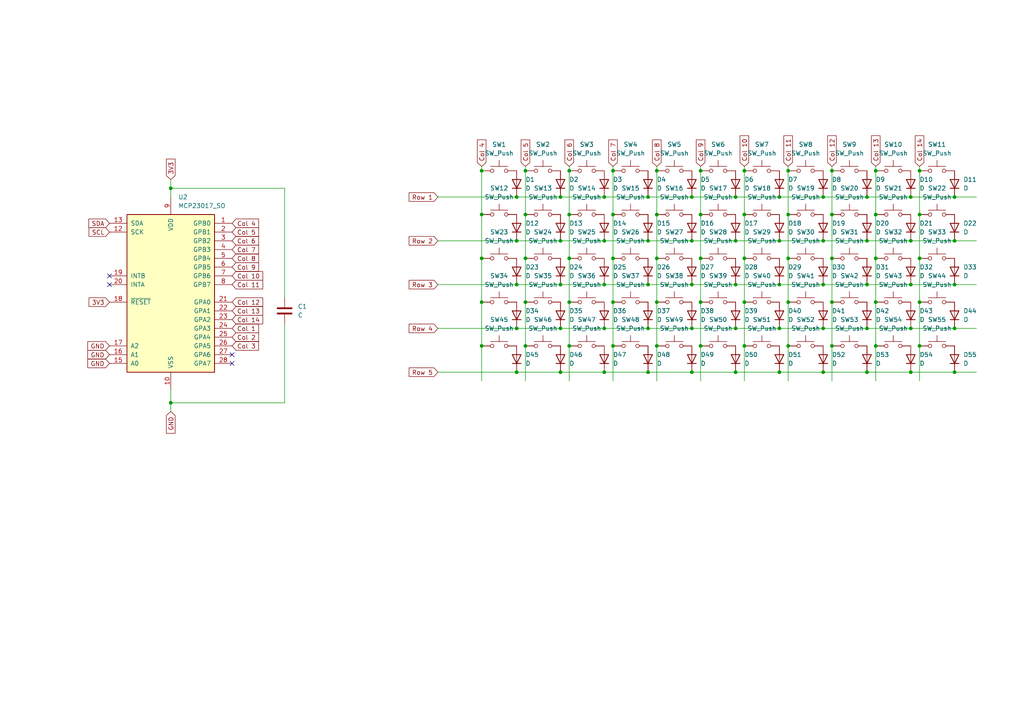
<source format=kicad_sch>
(kicad_sch (version 20250114) (generator "eeschema") (generator_version "9.0")
  (paper "A4")
  (lib_symbols
    (symbol "Device:C" (pin_numbers (hide yes)) (pin_names (offset 0.254))
      (property "Reference" "C" (at 0.635 2.54 0))
      (property "Value" "C" (at 0.635 -2.54 0))
      (symbol "C_1_1"
        (pin passive line (at 0 3.81 270) (length 2.794) (name "~") (number "1"))
        (pin passive line (at 0 -3.81 90) (length 2.794) (name "~") (number "2"))
      )
    )
    (symbol "Device:D" (pin_numbers (hide yes)) (pin_names (offset 1.016) (hide yes))
      (property "Reference" "D" (at 0 2.54 0))
      (property "Value" "D" (at 0 -2.54 0))
      (symbol "D_1_1"
        (pin passive line (at -3.81 0 0) (length 2.54) (name "K") (number "1"))
        (pin passive line (at 3.81 0 180) (length 2.54) (name "A") (number "2"))
      )
    )
    (symbol "Interface_Expansion:MCP23017_SO" (pin_names (offset 1.016))
      (property "Reference" "U" (at -11.43 24.13 0))
      (property "Value" "MCP23017_SO" (at 0 0 0))
      (symbol "MCP23017_SO_1_1"
        (pin bidirectional line (at -17.78 20.32 0) (length 5.08) (name "SDA") (number "13"))
        (pin input line (at -17.78 17.78 0) (length 5.08) (name "SCK") (number "12"))
        (pin tri_state line (at -17.78 5.08 0) (length 5.08) (name "INTB") (number "19"))
        (pin tri_state line (at -17.78 2.54 0) (length 5.08) (name "INTA") (number "20"))
        (pin input line (at -17.78 -2.54 0) (length 5.08) (name "~{RESET}") (number "18"))
        (pin input line (at -17.78 -15.24 0) (length 5.08) (name "A2") (number "17"))
        (pin input line (at -17.78 -17.78 0) (length 5.08) (name "A1") (number "16"))
        (pin input line (at -17.78 -20.32 0) (length 5.08) (name "A0") (number "15"))
        (pin no_connect line (at -12.7 15.24 0) (length 5.08) (hide yes) (name "NC") (number "11"))
        (pin no_connect line (at -12.7 12.7 0) (length 5.08) (hide yes) (name "NC") (number "14"))
        (pin power_in line (at 0 27.94 270) (length 5.08) (name "VDD") (number "9"))
        (pin power_in line (at 0 -27.94 90) (length 5.08) (name "VSS") (number "10"))
        (pin bidirectional line (at 17.78 20.32 180) (length 5.08) (name "GPB0") (number "1"))
        (pin bidirectional line (at 17.78 17.78 180) (length 5.08) (name "GPB1") (number "2"))
        (pin bidirectional line (at 17.78 15.24 180) (length 5.08) (name "GPB2") (number "3"))
        (pin bidirectional line (at 17.78 12.7 180) (length 5.08) (name "GPB3") (number "4"))
        (pin bidirectional line (at 17.78 10.16 180) (length 5.08) (name "GPB4") (number "5"))
        (pin bidirectional line (at 17.78 7.62 180) (length 5.08) (name "GPB5") (number "6"))
        (pin bidirectional line (at 17.78 5.08 180) (length 5.08) (name "GPB6") (number "7"))
        (pin output line (at 17.78 2.54 180) (length 5.08) (name "GPB7") (number "8"))
        (pin bidirectional line (at 17.78 -2.54 180) (length 5.08) (name "GPA0") (number "21"))
        (pin bidirectional line (at 17.78 -5.08 180) (length 5.08) (name "GPA1") (number "22"))
        (pin bidirectional line (at 17.78 -7.62 180) (length 5.08) (name "GPA2") (number "23"))
        (pin bidirectional line (at 17.78 -10.16 180) (length 5.08) (name "GPA3") (number "24"))
        (pin bidirectional line (at 17.78 -12.7 180) (length 5.08) (name "GPA4") (number "25"))
        (pin bidirectional line (at 17.78 -15.24 180) (length 5.08) (name "GPA5") (number "26"))
        (pin bidirectional line (at 17.78 -17.78 180) (length 5.08) (name "GPA6") (number "27"))
        (pin output line (at 17.78 -20.32 180) (length 5.08) (name "GPA7") (number "28"))
      )
    )
    (symbol "Switch:SW_Push" (pin_numbers (hide yes)) (pin_names (offset 1.016) (hide yes))
      (property "Reference" "SW" (at 1.27 2.54 0))
      (property "Value" "SW_Push" (at 0 -1.524 0))
      (symbol "SW_Push_0_1"
        (pin passive line (at -5.08 0 0) (length 2.54) (name "1") (number "1"))
        (pin passive line (at 5.08 0 180) (length 2.54) (name "2") (number "2"))
      )
    )
  )
  (junction (at 226.06 69.85))
  (junction (at 264.16 107.95))
  (junction (at 49.53 54.61))
  (junction (at 241.3 62.23))
  (junction (at 213.36 69.85))
  (junction (at 228.6 49.53))
  (junction (at 228.6 87.63))
  (junction (at 213.36 95.25))
  (junction (at 251.46 95.25))
  (junction (at 238.76 69.85))
  (junction (at 276.86 69.85))
  (junction (at 276.86 57.15))
  (junction (at 203.2 62.23))
  (junction (at 187.96 95.25))
  (junction (at 254 74.93))
  (junction (at 228.6 74.93))
  (junction (at 177.8 49.53))
  (junction (at 254 62.23))
  (junction (at 177.8 87.63))
  (junction (at 241.3 87.63))
  (junction (at 139.7 87.63))
  (junction (at 190.5 62.23))
  (junction (at 175.26 57.15))
  (junction (at 175.26 82.55))
  (junction (at 266.7 74.93))
  (junction (at 139.7 62.2062))
  (junction (at 165.1 74.93))
  (junction (at 241.3 100.33))
  (junction (at 149.86 95.25))
  (junction (at 152.4 100.33))
  (junction (at 215.9 49.53))
  (junction (at 251.46 69.85))
  (junction (at 251.46 107.95))
  (junction (at 175.26 95.25))
  (junction (at 241.3 49.53))
  (junction (at 162.56 107.95))
  (junction (at 49.53 116.84))
  (junction (at 215.9 87.63))
  (junction (at 215.9 100.33))
  (junction (at 162.56 82.55))
  (junction (at 266.7 100.33))
  (junction (at 213.36 107.95))
  (junction (at 149.86 107.95))
  (junction (at 254 87.63))
  (junction (at 190.5 74.93))
  (junction (at 254 49.53))
  (junction (at 165.1 49.53))
  (junction (at 200.66 69.85))
  (junction (at 190.5 100.33))
  (junction (at 276.86 107.95))
  (junction (at 200.66 57.15))
  (junction (at 165.1 100.33))
  (junction (at 165.1 87.63))
  (junction (at 149.86 57.15))
  (junction (at 266.7 49.53))
  (junction (at 203.2 100.33))
  (junction (at 162.56 69.85))
  (junction (at 152.4 87.63))
  (junction (at 264.16 57.15))
  (junction (at 238.76 57.15))
  (junction (at 177.8 62.23))
  (junction (at 190.5 87.63))
  (junction (at 254 100.33))
  (junction (at 276.86 95.25))
  (junction (at 264.16 69.85))
  (junction (at 203.2 49.53))
  (junction (at 175.26 69.85))
  (junction (at 203.2 87.63))
  (junction (at 187.96 82.55))
  (junction (at 213.36 82.55))
  (junction (at 228.6 100.33))
  (junction (at 213.36 57.15))
  (junction (at 200.66 82.55))
  (junction (at 177.8 74.93))
  (junction (at 251.46 57.15))
  (junction (at 139.7 100.33))
  (junction (at 149.86 82.55))
  (junction (at 177.8 100.33))
  (junction (at 152.4 62.23))
  (junction (at 228.6 62.23))
  (junction (at 266.7 62.23))
  (junction (at 187.96 69.85))
  (junction (at 139.7 74.93))
  (junction (at 152.4 49.53))
  (junction (at 165.1 62.23))
  (junction (at 139.7 49.53))
  (junction (at 162.56 95.25))
  (junction (at 149.86 69.85))
  (junction (at 264.16 95.25))
  (junction (at 162.56 57.15))
  (junction (at 251.46 82.55))
  (junction (at 203.2 74.93))
  (junction (at 175.26 107.95))
  (junction (at 215.9 74.93))
  (junction (at 238.76 107.95))
  (junction (at 215.9 62.23))
  (junction (at 241.3 74.93))
  (junction (at 266.7 87.63))
  (junction (at 152.4 74.93))
  (junction (at 190.5 49.53))
  (junction (at 200.66 107.95))
  (junction (at 187.96 107.95))
  (junction (at 238.76 82.55))
  (junction (at 226.06 57.15))
  (junction (at 187.96 57.15))
  (junction (at 264.16 82.55))
  (junction (at 200.66 95.25))
  (junction (at 226.06 107.95))
  (junction (at 226.06 82.55))
  (junction (at 276.86 82.55))
  (junction (at 226.06 95.25))
  (junction (at 238.76 95.25))
  (no_connect (at 67.31 102.87))
  (no_connect (at 67.31 105.41))
  (no_connect (at 31.75 80.01))
  (no_connect (at 31.75 82.55))
  (wire (pts (xy 203.2 100.33) (xy 203.2 110.49)))
  (wire (pts (xy 187.96 95.25) (xy 200.66 95.25)))
  (wire (pts (xy 226.06 82.55) (xy 238.76 82.55)))
  (wire (pts (xy 82.55 54.61) (xy 82.55 86.36)))
  (wire (pts (xy 266.7 87.63) (xy 266.7 100.33)))
  (wire (pts (xy 190.5 48.26) (xy 190.5 49.53)))
  (wire (pts (xy 241.3 87.63) (xy 241.3 100.33)))
  (wire (pts (xy 190.5 49.53) (xy 190.5 62.23)))
  (wire (pts (xy 215.9 49.53) (xy 215.9 62.23)))
  (wire (pts (xy 149.86 82.55) (xy 162.56 82.55)))
  (wire (pts (xy 266.7 100.33) (xy 266.7 110.49)))
  (wire (pts (xy 127 95.25) (xy 149.86 95.25)))
  (wire (pts (xy 213.36 107.95) (xy 226.06 107.95)))
  (wire (pts (xy 149.86 62.23) (xy 149.86 62.2062)))
  (wire (pts (xy 228.6 62.23) (xy 228.6 74.93)))
  (wire (pts (xy 215.9 74.93) (xy 215.9 87.63)))
  (wire (pts (xy 264.16 107.95) (xy 276.86 107.95)))
  (wire (pts (xy 127 69.85) (xy 149.86 69.85)))
  (wire (pts (xy 276.86 82.55) (xy 283.21 82.55)))
  (wire (pts (xy 228.6 100.33) (xy 228.6 110.49)))
  (wire (pts (xy 139.7 48.26) (xy 139.7 49.53)))
  (wire (pts (xy 241.3 100.33) (xy 241.3 110.49)))
  (wire (pts (xy 165.1 74.93) (xy 165.1 87.63)))
  (wire (pts (xy 165.1 87.63) (xy 165.1 100.33)))
  (wire (pts (xy 165.1 49.53) (xy 165.1 62.23)))
  (wire (pts (xy 165.1 100.33) (xy 165.1 110.49)))
  (wire (pts (xy 200.66 57.15) (xy 213.36 57.15)))
  (wire (pts (xy 152.4 74.93) (xy 152.4 87.63)))
  (wire (pts (xy 226.06 57.15) (xy 238.76 57.15)))
  (wire (pts (xy 203.2 74.93) (xy 203.2 87.63)))
  (wire (pts (xy 162.56 95.25) (xy 175.26 95.25)))
  (wire (pts (xy 175.26 57.15) (xy 187.96 57.15)))
  (wire (pts (xy 177.8 87.63) (xy 177.8 100.33)))
  (wire (pts (xy 127 82.55) (xy 149.86 82.55)))
  (wire (pts (xy 162.56 57.15) (xy 175.26 57.15)))
  (wire (pts (xy 228.6 87.63) (xy 228.6 100.33)))
  (wire (pts (xy 264.16 69.85) (xy 276.86 69.85)))
  (wire (pts (xy 203.2 87.63) (xy 203.2 100.33)))
  (wire (pts (xy 200.66 82.55) (xy 213.36 82.55)))
  (wire (pts (xy 49.53 116.84) (xy 82.55 116.84)))
  (wire (pts (xy 152.4 48.26) (xy 152.4 49.53)))
  (wire (pts (xy 226.06 107.95) (xy 238.76 107.95)))
  (wire (pts (xy 190.5 74.93) (xy 190.5 87.63)))
  (wire (pts (xy 266.7 74.93) (xy 266.7 87.63)))
  (wire (pts (xy 213.36 95.25) (xy 226.06 95.25)))
  (wire (pts (xy 238.76 107.95) (xy 251.46 107.95)))
  (wire (pts (xy 139.7 100.33) (xy 139.7 110.49)))
  (wire (pts (xy 251.46 107.95) (xy 264.16 107.95)))
  (wire (pts (xy 203.2 48.26) (xy 203.2 49.53)))
  (wire (pts (xy 213.36 69.85) (xy 226.06 69.85)))
  (wire (pts (xy 203.2 62.23) (xy 203.2 74.93)))
  (wire (pts (xy 175.26 95.25) (xy 187.96 95.25)))
  (wire (pts (xy 139.7 62.2062) (xy 139.7 74.93)))
  (wire (pts (xy 213.36 57.15) (xy 226.06 57.15)))
  (wire (pts (xy 177.8 74.93) (xy 177.8 87.63)))
  (wire (pts (xy 152.4 100.33) (xy 152.4 110.49)))
  (wire (pts (xy 215.9 48.26) (xy 215.9 49.53)))
  (wire (pts (xy 241.3 48.26) (xy 241.3 49.53)))
  (wire (pts (xy 215.9 62.23) (xy 215.9 74.93)))
  (wire (pts (xy 251.46 57.15) (xy 264.16 57.15)))
  (wire (pts (xy 254 100.33) (xy 254 110.49)))
  (wire (pts (xy 254 74.93) (xy 254 87.63)))
  (wire (pts (xy 165.1 48.26) (xy 165.1 49.53)))
  (wire (pts (xy 49.53 54.61) (xy 82.55 54.61)))
  (wire (pts (xy 241.3 62.23) (xy 241.3 74.93)))
  (wire (pts (xy 175.26 69.85) (xy 187.96 69.85)))
  (wire (pts (xy 276.86 107.95) (xy 283.21 107.95)))
  (wire (pts (xy 162.56 82.55) (xy 175.26 82.55)))
  (wire (pts (xy 203.2 49.53) (xy 203.2 62.23)))
  (wire (pts (xy 162.56 69.85) (xy 175.26 69.85)))
  (wire (pts (xy 149.86 57.15) (xy 162.56 57.15)))
  (wire (pts (xy 187.96 57.15) (xy 200.66 57.15)))
  (wire (pts (xy 238.76 57.15) (xy 251.46 57.15)))
  (wire (pts (xy 139.7 74.93) (xy 139.7 87.63)))
  (wire (pts (xy 175.26 82.55) (xy 187.96 82.55)))
  (wire (pts (xy 152.4 49.53) (xy 152.4 62.23)))
  (wire (pts (xy 49.53 116.84) (xy 49.53 119.38)))
  (wire (pts (xy 200.66 69.85) (xy 213.36 69.85)))
  (wire (pts (xy 187.96 107.95) (xy 200.66 107.95)))
  (wire (pts (xy 276.86 57.15) (xy 283.21 57.15)))
  (wire (pts (xy 238.76 95.25) (xy 251.46 95.25)))
  (wire (pts (xy 266.7 49.53) (xy 266.7 62.23)))
  (wire (pts (xy 149.86 95.25) (xy 162.56 95.25)))
  (wire (pts (xy 254 87.63) (xy 254 100.33)))
  (wire (pts (xy 251.46 95.25) (xy 264.16 95.25)))
  (wire (pts (xy 127 107.95) (xy 149.86 107.95)))
  (wire (pts (xy 127 57.15) (xy 149.86 57.15)))
  (wire (pts (xy 177.8 62.23) (xy 177.8 74.93)))
  (wire (pts (xy 177.8 100.33) (xy 177.8 110.49)))
  (wire (pts (xy 266.7 62.23) (xy 266.7 74.93)))
  (wire (pts (xy 228.6 48.26) (xy 228.6 49.53)))
  (wire (pts (xy 254 48.26) (xy 254 49.53)))
  (wire (pts (xy 228.6 74.93) (xy 228.6 87.63)))
  (wire (pts (xy 200.66 107.95) (xy 213.36 107.95)))
  (wire (pts (xy 152.4 62.23) (xy 152.4 74.93)))
  (wire (pts (xy 152.4 87.63) (xy 152.4 100.33)))
  (wire (pts (xy 254 49.53) (xy 254 62.23)))
  (wire (pts (xy 266.7 48.26) (xy 266.7 49.53)))
  (wire (pts (xy 251.46 69.85) (xy 264.16 69.85)))
  (wire (pts (xy 49.53 54.61) (xy 49.53 57.15)))
  (wire (pts (xy 226.06 69.85) (xy 238.76 69.85)))
  (wire (pts (xy 177.8 49.53) (xy 177.8 62.23)))
  (wire (pts (xy 213.36 82.55) (xy 226.06 82.55)))
  (wire (pts (xy 139.7 49.53) (xy 139.7 62.2062)))
  (wire (pts (xy 82.55 93.98) (xy 82.55 116.84)))
  (wire (pts (xy 215.9 100.33) (xy 215.9 110.49)))
  (wire (pts (xy 226.06 95.25) (xy 238.76 95.25)))
  (wire (pts (xy 165.1 62.23) (xy 165.1 74.93)))
  (wire (pts (xy 175.26 107.95) (xy 187.96 107.95)))
  (wire (pts (xy 187.96 69.85) (xy 200.66 69.85)))
  (wire (pts (xy 49.53 52.07) (xy 49.53 54.61)))
  (wire (pts (xy 49.53 113.03) (xy 49.53 116.84)))
  (wire (pts (xy 241.3 49.53) (xy 241.3 62.23)))
  (wire (pts (xy 238.76 82.55) (xy 251.46 82.55)))
  (wire (pts (xy 238.76 69.85) (xy 251.46 69.85)))
  (wire (pts (xy 190.5 87.63) (xy 190.5 100.33)))
  (wire (pts (xy 162.56 107.95) (xy 175.26 107.95)))
  (wire (pts (xy 177.8 48.26) (xy 177.8 49.53)))
  (wire (pts (xy 149.86 107.95) (xy 162.56 107.95)))
  (wire (pts (xy 276.86 69.85) (xy 283.21 69.85)))
  (wire (pts (xy 241.3 74.93) (xy 241.3 87.63)))
  (wire (pts (xy 228.6 49.53) (xy 228.6 62.23)))
  (wire (pts (xy 187.96 82.55) (xy 200.66 82.55)))
  (wire (pts (xy 254 62.23) (xy 254 74.93)))
  (wire (pts (xy 200.66 95.25) (xy 213.36 95.25)))
  (wire (pts (xy 264.16 57.15) (xy 276.86 57.15)))
  (wire (pts (xy 139.7 87.63) (xy 139.7 100.33)))
  (wire (pts (xy 276.86 95.25) (xy 283.21 95.25)))
  (wire (pts (xy 190.5 62.23) (xy 190.5 74.93)))
  (wire (pts (xy 264.16 82.55) (xy 276.86 82.55)))
  (wire (pts (xy 149.86 69.85) (xy 162.56 69.85)))
  (wire (pts (xy 251.46 82.55) (xy 264.16 82.55)))
  (wire (pts (xy 264.16 95.25) (xy 276.86 95.25)))
  (wire (pts (xy 190.5 100.33) (xy 190.5 110.49)))
  (wire (pts (xy 215.9 87.63) (xy 215.9 100.33)))
  (global_label "SCL" (shape input) (at 31.75 67.31 180) (property "Intersheetrefs" "${INTERSHEET_REFS}" (effects (hide yes))))
  (global_label "Col 11" (shape input) (at 228.6 48.26 90) (property "Intersheetrefs" "${INTERSHEET_REFS}" (effects (hide yes))))
  (global_label "Col 8" (shape input) (at 190.5 48.26 90) (property "Intersheetrefs" "${INTERSHEET_REFS}" (effects (hide yes))))
  (global_label "Col 7" (shape input) (at 177.8 48.26 90) (property "Intersheetrefs" "${INTERSHEET_REFS}" (effects (hide yes))))
  (global_label "3V3" (shape input) (at 49.53 52.07 90) (property "Intersheetrefs" "${INTERSHEET_REFS}" (effects (hide yes))))
  (global_label "Col 3" (shape input) (at 67.31 100.33 0) (property "Intersheetrefs" "${INTERSHEET_REFS}" (effects (hide yes))))
  (global_label "Col 8" (shape input) (at 67.31 74.93 0) (property "Intersheetrefs" "${INTERSHEET_REFS}" (effects (hide yes))))
  (global_label "SDA" (shape input) (at 31.75 64.77 180) (property "Intersheetrefs" "${INTERSHEET_REFS}" (effects (hide yes))))
  (global_label "Col 6" (shape input) (at 165.1 48.26 90) (property "Intersheetrefs" "${INTERSHEET_REFS}" (effects (hide yes))))
  (global_label "GND" (shape input) (at 31.75 102.87 180) (property "Intersheetrefs" "${INTERSHEET_REFS}" (effects (hide yes))))
  (global_label "Col 1" (shape input) (at 67.31 95.25 0) (property "Intersheetrefs" "${INTERSHEET_REFS}" (effects (hide yes))))
  (global_label "Col 14" (shape input) (at 266.7 48.26 90) (property "Intersheetrefs" "${INTERSHEET_REFS}" (effects (hide yes))))
  (global_label "Col 5" (shape input) (at 152.4 48.26 90) (property "Intersheetrefs" "${INTERSHEET_REFS}" (effects (hide yes))))
  (global_label "Col 9" (shape input) (at 203.2 48.26 90) (property "Intersheetrefs" "${INTERSHEET_REFS}" (effects (hide yes))))
  (global_label "GND" (shape input) (at 49.53 119.38 270) (property "Intersheetrefs" "${INTERSHEET_REFS}" (effects (hide yes))))
  (global_label "Row 2" (shape input) (at 127 69.85 180) (property "Intersheetrefs" "${INTERSHEET_REFS}" (effects (hide yes))))
  (global_label "Col 2" (shape input) (at 67.31 97.79 0) (property "Intersheetrefs" "${INTERSHEET_REFS}" (effects (hide yes))))
  (global_label "Col 13" (shape input) (at 67.31 90.17 0) (property "Intersheetrefs" "${INTERSHEET_REFS}" (effects (hide yes))))
  (global_label "Col 14" (shape input) (at 67.31 92.71 0) (property "Intersheetrefs" "${INTERSHEET_REFS}" (effects (hide yes))))
  (global_label "Row 5" (shape input) (at 127 107.95 180) (property "Intersheetrefs" "${INTERSHEET_REFS}" (effects (hide yes))))
  (global_label "Row 4" (shape input) (at 127 95.25 180) (property "Intersheetrefs" "${INTERSHEET_REFS}" (effects (hide yes))))
  (global_label "3V3" (shape input) (at 31.75 87.63 180) (property "Intersheetrefs" "${INTERSHEET_REFS}" (effects (hide yes))))
  (global_label "Col 11" (shape input) (at 67.31 82.55 0) (property "Intersheetrefs" "${INTERSHEET_REFS}" (effects (hide yes))))
  (global_label "Col 9" (shape input) (at 67.31 77.47 0) (property "Intersheetrefs" "${INTERSHEET_REFS}" (effects (hide yes))))
  (global_label "Row 3" (shape input) (at 127 82.55 180) (property "Intersheetrefs" "${INTERSHEET_REFS}" (effects (hide yes))))
  (global_label "Col 12" (shape input) (at 241.3 48.26 90) (property "Intersheetrefs" "${INTERSHEET_REFS}" (effects (hide yes))))
  (global_label "GND" (shape input) (at 31.75 105.41 180) (property "Intersheetrefs" "${INTERSHEET_REFS}" (effects (hide yes))))
  (global_label "Col 5" (shape input) (at 67.31 67.31 0) (property "Intersheetrefs" "${INTERSHEET_REFS}" (effects (hide yes))))
  (global_label "Col 13" (shape input) (at 254 48.26 90) (property "Intersheetrefs" "${INTERSHEET_REFS}" (effects (hide yes))))
  (global_label "Col 4" (shape input) (at 139.7 48.26 90) (property "Intersheetrefs" "${INTERSHEET_REFS}" (effects (hide yes))))
  (global_label "Col 10" (shape input) (at 67.31 80.01 0) (property "Intersheetrefs" "${INTERSHEET_REFS}" (effects (hide yes))))
  (global_label "Col 10" (shape input) (at 215.9 48.26 90) (property "Intersheetrefs" "${INTERSHEET_REFS}" (effects (hide yes))))
  (global_label "Col 12" (shape input) (at 67.31 87.63 0) (property "Intersheetrefs" "${INTERSHEET_REFS}" (effects (hide yes))))
  (global_label "GND" (shape input) (at 31.75 100.33 180) (property "Intersheetrefs" "${INTERSHEET_REFS}" (effects (hide yes))))
  (global_label "Row 1" (shape input) (at 127 57.15 180) (property "Intersheetrefs" "${INTERSHEET_REFS}" (effects (hide yes))))
  (global_label "Col 7" (shape input) (at 67.31 72.39 0) (property "Intersheetrefs" "${INTERSHEET_REFS}" (effects (hide yes))))
  (global_label "Col 4" (shape input) (at 67.31 64.77 0) (property "Intersheetrefs" "${INTERSHEET_REFS}" (effects (hide yes))))
  (global_label "Col 6" (shape input) (at 67.31 69.85 0) (property "Intersheetrefs" "${INTERSHEET_REFS}" (effects (hide yes))))
  (symbol (lib_id "Device:D") (at 187.96 91.44 90) (unit 1)
    (property "Reference" "D37" (at 190.5 90.1699 90) (effects (justify right)))
    (property "Value" "D" (at 190.5 92.7099 90) (effects (justify right)))
    (property "Footprint" "Diode_SMD:D_SOD-123" (effects (hide yes)))
    (property "Description" "Diode" (effects (hide yes)))
    (property "Sim.Device" "D" (effects (hide yes)))
    (property "Sim.Pins" "1=K 2=A" (effects (hide yes)))
  )
  (symbol (lib_id "Device:C") (at 82.55 90.17 0) (unit 1)
    (property "Reference" "C1" (at 86.36 88.8999 0) (effects (justify left)))
    (property "Value" "C" (at 86.36 91.4399 0) (effects (justify left)))
    (property "Footprint" "Capacitor_SMD:C_0603_1608Metric" (effects (hide yes)))
    (property "Description" "Unpolarized capacitor" (effects (hide yes)))
  )
  (symbol (lib_id "Switch:SW_Push") (at 170.18 62.23 0) (unit 1)
    (property "Reference" "SW14" (at 170.18 54.61 0))
    (property "Value" "SW_Push" (at 170.18 57.15 0))
    (property "Footprint" "PCM_Switch_Keyboard_Hotswap_Kailh:SW_Hotswap_Kailh_MX_1.50u" (effects (hide yes)))
    (property "Description" "Push button switch, generic, two pins" (effects (hide yes)))
  )
  (symbol (lib_id "Switch:SW_Push") (at 157.48 100.33 0) (unit 1)
    (property "Reference" "SW46" (at 157.48 92.71 0))
    (property "Value" "SW_Push" (at 157.48 95.25 0))
    (property "Footprint" "PCM_Switch_Keyboard_Hotswap_Kailh:SW_Hotswap_Kailh_MX_1.50u" (effects (hide yes)))
    (property "Description" "Push button switch, generic, two pins" (effects (hide yes)))
  )
  (symbol (lib_id "Device:D") (at 187.96 66.04 90) (unit 1)
    (property "Reference" "D15" (at 190.5 64.7699 90) (effects (justify right)))
    (property "Value" "D" (at 190.5 67.3099 90) (effects (justify right)))
    (property "Footprint" "Diode_SMD:D_SOD-123" (effects (hide yes)))
    (property "Description" "Diode" (effects (hide yes)))
    (property "Sim.Device" "D" (effects (hide yes)))
    (property "Sim.Pins" "1=K 2=A" (effects (hide yes)))
  )
  (symbol (lib_id "Switch:SW_Push") (at 271.78 100.33 0) (unit 1)
    (property "Reference" "SW55" (at 271.78 92.71 0))
    (property "Value" "SW_Push" (at 271.78 95.25 0))
    (property "Footprint" "PCM_Switch_Keyboard_Hotswap_Kailh:SW_Hotswap_Kailh_MX_1.50u" (effects (hide yes)))
    (property "Description" "Push button switch, generic, two pins" (effects (hide yes)))
  )
  (symbol (lib_id "Switch:SW_Push") (at 157.48 62.23 0) (unit 1)
    (property "Reference" "SW13" (at 157.48 54.61 0))
    (property "Value" "SW_Push" (at 157.48 57.15 0))
    (property "Footprint" "PCM_Switch_Keyboard_Hotswap_Kailh:SW_Hotswap_Kailh_MX_1.50u" (effects (hide yes)))
    (property "Description" "Push button switch, generic, two pins" (effects (hide yes)))
  )
  (symbol (lib_id "Switch:SW_Push") (at 157.48 74.93 0) (unit 1)
    (property "Reference" "SW24" (at 157.48 67.31 0))
    (property "Value" "SW_Push" (at 157.48 69.85 0))
    (property "Footprint" "PCM_Switch_Keyboard_Hotswap_Kailh:SW_Hotswap_Kailh_MX_1.50u" (effects (hide yes)))
    (property "Description" "Push button switch, generic, two pins" (effects (hide yes)))
  )
  (symbol (lib_id "Switch:SW_Push") (at 271.78 74.93 0) (unit 1)
    (property "Reference" "SW33" (at 271.78 67.31 0))
    (property "Value" "SW_Push" (at 271.78 69.85 0))
    (property "Footprint" "PCM_Switch_Keyboard_Hotswap_Kailh:SW_Hotswap_Kailh_MX_1.50u" (effects (hide yes)))
    (property "Description" "Push button switch, generic, two pins" (effects (hide yes)))
  )
  (symbol (lib_id "Switch:SW_Push") (at 271.78 49.53 0) (unit 1)
    (property "Reference" "SW11" (at 271.78 41.91 0))
    (property "Value" "SW_Push" (at 271.78 44.45 0))
    (property "Footprint" "PCM_Switch_Keyboard_Hotswap_Kailh:SW_Hotswap_Kailh_MX_1.50u" (effects (hide yes)))
    (property "Description" "Push button switch, generic, two pins" (effects (hide yes)))
  )
  (symbol (lib_id "Switch:SW_Push") (at 220.98 100.33 0) (unit 1)
    (property "Reference" "SW51" (at 220.98 92.71 0))
    (property "Value" "SW_Push" (at 220.98 95.25 0))
    (property "Footprint" "PCM_Switch_Keyboard_Hotswap_Kailh:SW_Hotswap_Kailh_MX_1.50u" (effects (hide yes)))
    (property "Description" "Push button switch, generic, two pins" (effects (hide yes)))
  )
  (symbol (lib_id "Switch:SW_Push") (at 182.88 87.63 0) (unit 1)
    (property "Reference" "SW37" (at 182.88 80.01 0))
    (property "Value" "SW_Push" (at 182.88 82.55 0))
    (property "Footprint" "PCM_Switch_Keyboard_Hotswap_Kailh:SW_Hotswap_Kailh_MX_1.50u" (effects (hide yes)))
    (property "Description" "Push button switch, generic, two pins" (effects (hide yes)))
  )
  (symbol (lib_id "Device:D") (at 251.46 66.04 90) (unit 1)
    (property "Reference" "D20" (at 254 64.7699 90) (effects (justify right)))
    (property "Value" "D" (at 254 67.3099 90) (effects (justify right)))
    (property "Footprint" "Diode_SMD:D_SOD-123" (effects (hide yes)))
    (property "Description" "Diode" (effects (hide yes)))
    (property "Sim.Device" "D" (effects (hide yes)))
    (property "Sim.Pins" "1=K 2=A" (effects (hide yes)))
  )
  (symbol (lib_id "Switch:SW_Push") (at 233.68 100.33 0) (unit 1)
    (property "Reference" "SW52" (at 233.68 92.71 0))
    (property "Value" "SW_Push" (at 233.68 95.25 0))
    (property "Footprint" "PCM_Switch_Keyboard_Hotswap_Kailh:SW_Hotswap_Kailh_MX_1.50u" (effects (hide yes)))
    (property "Description" "Push button switch, generic, two pins" (effects (hide yes)))
  )
  (symbol (lib_id "Device:D") (at 276.86 104.14 90) (unit 1)
    (property "Reference" "D55" (at 279.4 102.8699 90) (effects (justify right)))
    (property "Value" "D" (at 279.4 105.4099 90) (effects (justify right)))
    (property "Footprint" "Diode_SMD:D_SOD-123" (effects (hide yes)))
    (property "Description" "Diode" (effects (hide yes)))
    (property "Sim.Device" "D" (effects (hide yes)))
    (property "Sim.Pins" "1=K 2=A" (effects (hide yes)))
  )
  (symbol (lib_id "Device:D") (at 238.76 91.44 90) (unit 1)
    (property "Reference" "D41" (at 241.3 90.1699 90) (effects (justify right)))
    (property "Value" "D" (at 241.3 92.7099 90) (effects (justify right)))
    (property "Footprint" "Diode_SMD:D_SOD-123" (effects (hide yes)))
    (property "Description" "Diode" (effects (hide yes)))
    (property "Sim.Device" "D" (effects (hide yes)))
    (property "Sim.Pins" "1=K 2=A" (effects (hide yes)))
  )
  (symbol (lib_id "Switch:SW_Push") (at 182.88 100.33 0) (unit 1)
    (property "Reference" "SW48" (at 182.88 92.71 0))
    (property "Value" "SW_Push" (at 182.88 95.25 0))
    (property "Footprint" "PCM_Switch_Keyboard_Hotswap_Kailh:SW_Hotswap_Kailh_MX_1.50u" (effects (hide yes)))
    (property "Description" "Push button switch, generic, two pins" (effects (hide yes)))
  )
  (symbol (lib_id "Device:D") (at 175.26 104.14 90) (unit 1)
    (property "Reference" "D47" (at 177.8 102.8699 90) (effects (justify right)))
    (property "Value" "D" (at 177.8 105.4099 90) (effects (justify right)))
    (property "Footprint" "Diode_SMD:D_SOD-123" (effects (hide yes)))
    (property "Description" "Diode" (effects (hide yes)))
    (property "Sim.Device" "D" (effects (hide yes)))
    (property "Sim.Pins" "1=K 2=A" (effects (hide yes)))
  )
  (symbol (lib_id "Device:D") (at 149.86 66.04 90) (unit 1)
    (property "Reference" "D12" (at 152.4 64.7699 90) (effects (justify right)))
    (property "Value" "D" (at 152.4 67.3099 90) (effects (justify right)))
    (property "Footprint" "Diode_SMD:D_SOD-123" (effects (hide yes)))
    (property "Description" "Diode" (effects (hide yes)))
    (property "Sim.Device" "D" (effects (hide yes)))
    (property "Sim.Pins" "1=K 2=A" (effects (hide yes)))
  )
  (symbol (lib_id "Device:D") (at 264.16 91.44 90) (unit 1)
    (property "Reference" "D43" (at 266.7 90.1699 90) (effects (justify right)))
    (property "Value" "D" (at 266.7 92.7099 90) (effects (justify right)))
    (property "Footprint" "Diode_SMD:D_SOD-123" (effects (hide yes)))
    (property "Description" "Diode" (effects (hide yes)))
    (property "Sim.Device" "D" (effects (hide yes)))
    (property "Sim.Pins" "1=K 2=A" (effects (hide yes)))
  )
  (symbol (lib_id "Switch:SW_Push") (at 144.78 100.33 0) (unit 1)
    (property "Reference" "SW45" (at 144.78 92.71 0))
    (property "Value" "SW_Push" (at 144.78 95.25 0))
    (property "Footprint" "PCM_Switch_Keyboard_Hotswap_Kailh:SW_Hotswap_Kailh_MX_1.50u" (effects (hide yes)))
    (property "Description" "Push button switch, generic, two pins" (effects (hide yes)))
  )
  (symbol (lib_id "Device:D") (at 149.86 78.74 90) (unit 1)
    (property "Reference" "D23" (at 152.4 77.4699 90) (effects (justify right)))
    (property "Value" "D" (at 152.4 80.0099 90) (effects (justify right)))
    (property "Footprint" "Diode_SMD:D_SOD-123" (effects (hide yes)))
    (property "Description" "Diode" (effects (hide yes)))
    (property "Sim.Device" "D" (effects (hide yes)))
    (property "Sim.Pins" "1=K 2=A" (effects (hide yes)))
  )
  (symbol (lib_id "Switch:SW_Push") (at 157.48 87.63 0) (unit 1)
    (property "Reference" "SW35" (at 157.48 80.01 0))
    (property "Value" "SW_Push" (at 157.48 82.55 0))
    (property "Footprint" "PCM_Switch_Keyboard_Hotswap_Kailh:SW_Hotswap_Kailh_MX_1.50u" (effects (hide yes)))
    (property "Description" "Push button switch, generic, two pins" (effects (hide yes)))
  )
  (symbol (lib_id "Switch:SW_Push") (at 220.98 74.93 0) (unit 1)
    (property "Reference" "SW29" (at 220.98 67.31 0))
    (property "Value" "SW_Push" (at 220.98 69.85 0))
    (property "Footprint" "PCM_Switch_Keyboard_Hotswap_Kailh:SW_Hotswap_Kailh_MX_1.50u" (effects (hide yes)))
    (property "Description" "Push button switch, generic, two pins" (effects (hide yes)))
  )
  (symbol (lib_id "Switch:SW_Push") (at 195.58 100.33 0) (unit 1)
    (property "Reference" "SW49" (at 195.58 92.71 0))
    (property "Value" "SW_Push" (at 195.58 95.25 0))
    (property "Footprint" "PCM_Switch_Keyboard_Hotswap_Kailh:SW_Hotswap_Kailh_MX_1.50u" (effects (hide yes)))
    (property "Description" "Push button switch, generic, two pins" (effects (hide yes)))
  )
  (symbol (lib_id "Switch:SW_Push") (at 182.88 62.23 0) (unit 1)
    (property "Reference" "SW15" (at 182.88 54.61 0))
    (property "Value" "SW_Push" (at 182.88 57.15 0))
    (property "Footprint" "PCM_Switch_Keyboard_Hotswap_Kailh:SW_Hotswap_Kailh_MX_1.50u" (effects (hide yes)))
    (property "Description" "Push button switch, generic, two pins" (effects (hide yes)))
  )
  (symbol (lib_id "Device:D") (at 238.76 53.34 90) (unit 1)
    (property "Reference" "D8" (at 241.3 52.0699 90) (effects (justify right)))
    (property "Value" "D" (at 241.3 54.6099 90) (effects (justify right)))
    (property "Footprint" "Diode_SMD:D_SOD-123" (effects (hide yes)))
    (property "Description" "Diode" (effects (hide yes)))
    (property "Sim.Device" "D" (effects (hide yes)))
    (property "Sim.Pins" "1=K 2=A" (effects (hide yes)))
  )
  (symbol (lib_id "Device:D") (at 200.66 53.34 90) (unit 1)
    (property "Reference" "D5" (at 203.2 52.0699 90) (effects (justify right)))
    (property "Value" "D" (at 203.2 54.6099 90) (effects (justify right)))
    (property "Footprint" "Diode_SMD:D_SOD-123" (effects (hide yes)))
    (property "Description" "Diode" (effects (hide yes)))
    (property "Sim.Device" "D" (effects (hide yes)))
    (property "Sim.Pins" "1=K 2=A" (effects (hide yes)))
  )
  (symbol (lib_id "Device:D") (at 238.76 104.14 90) (unit 1)
    (property "Reference" "D52" (at 241.3 102.8699 90) (effects (justify right)))
    (property "Value" "D" (at 241.3 105.4099 90) (effects (justify right)))
    (property "Footprint" "Diode_SMD:D_SOD-123" (effects (hide yes)))
    (property "Description" "Diode" (effects (hide yes)))
    (property "Sim.Device" "D" (effects (hide yes)))
    (property "Sim.Pins" "1=K 2=A" (effects (hide yes)))
  )
  (symbol (lib_id "Device:D") (at 213.36 66.04 90) (unit 1)
    (property "Reference" "D17" (at 215.9 64.7699 90) (effects (justify right)))
    (property "Value" "D" (at 215.9 67.3099 90) (effects (justify right)))
    (property "Footprint" "Diode_SMD:D_SOD-123" (effects (hide yes)))
    (property "Description" "Diode" (effects (hide yes)))
    (property "Sim.Device" "D" (effects (hide yes)))
    (property "Sim.Pins" "1=K 2=A" (effects (hide yes)))
  )
  (symbol (lib_id "Switch:SW_Push") (at 208.28 74.93 0) (unit 1)
    (property "Reference" "SW28" (at 208.28 67.31 0))
    (property "Value" "SW_Push" (at 208.28 69.85 0))
    (property "Footprint" "PCM_Switch_Keyboard_Hotswap_Kailh:SW_Hotswap_Kailh_MX_1.50u" (effects (hide yes)))
    (property "Description" "Push button switch, generic, two pins" (effects (hide yes)))
  )
  (symbol (lib_id "Device:D") (at 187.96 53.34 90) (unit 1)
    (property "Reference" "D4" (at 190.5 52.0699 90) (effects (justify right)))
    (property "Value" "D" (at 190.5 54.6099 90) (effects (justify right)))
    (property "Footprint" "Diode_SMD:D_SOD-123" (effects (hide yes)))
    (property "Description" "Diode" (effects (hide yes)))
    (property "Sim.Device" "D" (effects (hide yes)))
    (property "Sim.Pins" "1=K 2=A" (effects (hide yes)))
  )
  (symbol (lib_id "Switch:SW_Push") (at 195.58 87.63 0) (unit 1)
    (property "Reference" "SW38" (at 195.58 80.01 0))
    (property "Value" "SW_Push" (at 195.58 82.55 0))
    (property "Footprint" "PCM_Switch_Keyboard_Hotswap_Kailh:SW_Hotswap_Kailh_MX_1.50u" (effects (hide yes)))
    (property "Description" "Push button switch, generic, two pins" (effects (hide yes)))
  )
  (symbol (lib_id "Switch:SW_Push") (at 195.58 74.93 0) (unit 1)
    (property "Reference" "SW27" (at 195.58 67.31 0))
    (property "Value" "SW_Push" (at 195.58 69.85 0))
    (property "Footprint" "PCM_Switch_Keyboard_Hotswap_Kailh:SW_Hotswap_Kailh_MX_1.50u" (effects (hide yes)))
    (property "Description" "Push button switch, generic, two pins" (effects (hide yes)))
  )
  (symbol (lib_id "Switch:SW_Push") (at 246.38 62.23 0) (unit 1)
    (property "Reference" "SW20" (at 246.38 54.61 0))
    (property "Value" "SW_Push" (at 246.38 57.15 0))
    (property "Footprint" "PCM_Switch_Keyboard_Hotswap_Kailh:SW_Hotswap_Kailh_MX_1.50u" (effects (hide yes)))
    (property "Description" "Push button switch, generic, two pins" (effects (hide yes)))
  )
  (symbol (lib_id "Switch:SW_Push") (at 182.88 74.93 0) (unit 1)
    (property "Reference" "SW26" (at 182.88 67.31 0))
    (property "Value" "SW_Push" (at 182.88 69.85 0))
    (property "Footprint" "PCM_Switch_Keyboard_Hotswap_Kailh:SW_Hotswap_Kailh_MX_1.50u" (effects (hide yes)))
    (property "Description" "Push button switch, generic, two pins" (effects (hide yes)))
  )
  (symbol (lib_id "Switch:SW_Push") (at 144.78 62.2062 0) (unit 1)
    (property "Reference" "SW12" (at 144.78 54.5862 0))
    (property "Value" "SW_Push" (at 144.78 57.1262 0))
    (property "Footprint" "PCM_Switch_Keyboard_Hotswap_Kailh:SW_Hotswap_Kailh_MX_1.50u" (effects (hide yes)))
    (property "Description" "Push button switch, generic, two pins" (effects (hide yes)))
  )
  (symbol (lib_id "Device:D") (at 175.26 78.74 90) (unit 1)
    (property "Reference" "D25" (at 177.8 77.4699 90) (effects (justify right)))
    (property "Value" "D" (at 177.8 80.0099 90) (effects (justify right)))
    (property "Footprint" "Diode_SMD:D_SOD-123" (effects (hide yes)))
    (property "Description" "Diode" (effects (hide yes)))
    (property "Sim.Device" "D" (effects (hide yes)))
    (property "Sim.Pins" "1=K 2=A" (effects (hide yes)))
  )
  (symbol (lib_id "Device:D") (at 251.46 104.14 90) (unit 1)
    (property "Reference" "D53" (at 254 102.8699 90) (effects (justify right)))
    (property "Value" "D" (at 254 105.4099 90) (effects (justify right)))
    (property "Footprint" "Diode_SMD:D_SOD-123" (effects (hide yes)))
    (property "Description" "Diode" (effects (hide yes)))
    (property "Sim.Device" "D" (effects (hide yes)))
    (property "Sim.Pins" "1=K 2=A" (effects (hide yes)))
  )
  (symbol (lib_id "Device:D") (at 187.96 104.14 90) (unit 1)
    (property "Reference" "D48" (at 190.5 102.8699 90) (effects (justify right)))
    (property "Value" "D" (at 190.5 105.4099 90) (effects (justify right)))
    (property "Footprint" "Diode_SMD:D_SOD-123" (effects (hide yes)))
    (property "Description" "Diode" (effects (hide yes)))
    (property "Sim.Device" "D" (effects (hide yes)))
    (property "Sim.Pins" "1=K 2=A" (effects (hide yes)))
  )
  (symbol (lib_id "Device:D") (at 175.26 91.44 90) (unit 1)
    (property "Reference" "D36" (at 177.8 90.1699 90) (effects (justify right)))
    (property "Value" "D" (at 177.8 92.7099 90) (effects (justify right)))
    (property "Footprint" "Diode_SMD:D_SOD-123" (effects (hide yes)))
    (property "Description" "Diode" (effects (hide yes)))
    (property "Sim.Device" "D" (effects (hide yes)))
    (property "Sim.Pins" "1=K 2=A" (effects (hide yes)))
  )
  (symbol (lib_id "Device:D") (at 213.36 104.14 90) (unit 1)
    (property "Reference" "D50" (at 215.9 102.8699 90) (effects (justify right)))
    (property "Value" "D" (at 215.9 105.4099 90) (effects (justify right)))
    (property "Footprint" "Diode_SMD:D_SOD-123" (effects (hide yes)))
    (property "Description" "Diode" (effects (hide yes)))
    (property "Sim.Device" "D" (effects (hide yes)))
    (property "Sim.Pins" "1=K 2=A" (effects (hide yes)))
  )
  (symbol (lib_id "Switch:SW_Push") (at 182.88 49.53 0) (unit 1)
    (property "Reference" "SW4" (at 182.88 41.91 0))
    (property "Value" "SW_Push" (at 182.88 44.45 0))
    (property "Footprint" "PCM_Switch_Keyboard_Hotswap_Kailh:SW_Hotswap_Kailh_MX_1.50u" (effects (hide yes)))
    (property "Description" "Push button switch, generic, two pins" (effects (hide yes)))
  )
  (symbol (lib_id "Device:D") (at 213.36 53.34 90) (unit 1)
    (property "Reference" "D6" (at 215.9 52.0699 90) (effects (justify right)))
    (property "Value" "D" (at 215.9 54.6099 90) (effects (justify right)))
    (property "Footprint" "Diode_SMD:D_SOD-123" (effects (hide yes)))
    (property "Description" "Diode" (effects (hide yes)))
    (property "Sim.Device" "D" (effects (hide yes)))
    (property "Sim.Pins" "1=K 2=A" (effects (hide yes)))
  )
  (symbol (lib_id "Device:D") (at 226.06 78.74 90) (unit 1)
    (property "Reference" "D29" (at 228.6 77.4699 90) (effects (justify right)))
    (property "Value" "D" (at 228.6 80.0099 90) (effects (justify right)))
    (property "Footprint" "Diode_SMD:D_SOD-123" (effects (hide yes)))
    (property "Description" "Diode" (effects (hide yes)))
    (property "Sim.Device" "D" (effects (hide yes)))
    (property "Sim.Pins" "1=K 2=A" (effects (hide yes)))
  )
  (symbol (lib_id "Switch:SW_Push") (at 144.78 87.63 0) (unit 1)
    (property "Reference" "SW34" (at 144.78 80.01 0))
    (property "Value" "SW_Push" (at 144.78 82.55 0))
    (property "Footprint" "PCM_Switch_Keyboard_Hotswap_Kailh:SW_Hotswap_Kailh_MX_1.50u" (effects (hide yes)))
    (property "Description" "Push button switch, generic, two pins" (effects (hide yes)))
  )
  (symbol (lib_id "Device:D") (at 226.06 66.04 90) (unit 1)
    (property "Reference" "D18" (at 228.6 64.7699 90) (effects (justify right)))
    (property "Value" "D" (at 228.6 67.3099 90) (effects (justify right)))
    (property "Footprint" "Diode_SMD:D_SOD-123" (effects (hide yes)))
    (property "Description" "Diode" (effects (hide yes)))
    (property "Sim.Device" "D" (effects (hide yes)))
    (property "Sim.Pins" "1=K 2=A" (effects (hide yes)))
  )
  (symbol (lib_id "Switch:SW_Push") (at 170.18 49.53 0) (unit 1)
    (property "Reference" "SW3" (at 170.18 41.91 0))
    (property "Value" "SW_Push" (at 170.18 44.45 0))
    (property "Footprint" "PCM_Switch_Keyboard_Hotswap_Kailh:SW_Hotswap_Kailh_MX_1.50u" (effects (hide yes)))
    (property "Description" "Push button switch, generic, two pins" (effects (hide yes)))
  )
  (symbol (lib_id "Device:D") (at 200.66 104.14 90) (unit 1)
    (property "Reference" "D49" (at 203.2 102.8699 90) (effects (justify right)))
    (property "Value" "D" (at 203.2 105.4099 90) (effects (justify right)))
    (property "Footprint" "Diode_SMD:D_SOD-123" (effects (hide yes)))
    (property "Description" "Diode" (effects (hide yes)))
    (property "Sim.Device" "D" (effects (hide yes)))
    (property "Sim.Pins" "1=K 2=A" (effects (hide yes)))
  )
  (symbol (lib_id "Switch:SW_Push") (at 259.08 87.63 0) (unit 1)
    (property "Reference" "SW43" (at 259.08 80.01 0))
    (property "Value" "SW_Push" (at 259.08 82.55 0))
    (property "Footprint" "PCM_Switch_Keyboard_Hotswap_Kailh:SW_Hotswap_Kailh_MX_1.50u" (effects (hide yes)))
    (property "Description" "Push button switch, generic, two pins" (effects (hide yes)))
  )
  (symbol (lib_id "Interface_Expansion:MCP23017_SO") (at 49.53 85.09 0) (unit 1)
    (property "Reference" "U2" (at 51.6733 57.15 0) (effects (justify left)))
    (property "Value" "MCP23017_SO" (at 51.6733 59.69 0) (effects (justify left)))
    (property "Footprint" "Package_SO:SOIC-28W_7.5x17.9mm_P1.27mm" (effects (hide yes)))
    (property "Datasheet" "https://ww1.microchip.com/downloads/aemDocuments/documents/APID/ProductDocuments/DataSheets/MCP23017-Data-Sheet-DS20001952.pdf" (effects (hide yes)))
    (property "Description" "16-bit I/O expander, I2C, interrupts, w pull-ups, GPA/B7 output only (https://microchip.my.site.com/s/article/GPA7---GPB7-Cannot-Be-Used-as-Inputs-In-MCP23017),  SOIC-28" (effects (hide yes)))
  )
  (symbol (lib_id "Switch:SW_Push") (at 259.08 49.53 0) (unit 1)
    (property "Reference" "SW10" (at 259.08 41.91 0))
    (property "Value" "SW_Push" (at 259.08 44.45 0))
    (property "Footprint" "PCM_Switch_Keyboard_Hotswap_Kailh:SW_Hotswap_Kailh_MX_1.50u" (effects (hide yes)))
    (property "Description" "Push button switch, generic, two pins" (effects (hide yes)))
  )
  (symbol (lib_id "Device:D") (at 213.36 91.44 90) (unit 1)
    (property "Reference" "D39" (at 215.9 90.1699 90) (effects (justify right)))
    (property "Value" "D" (at 215.9 92.7099 90) (effects (justify right)))
    (property "Footprint" "Diode_SMD:D_SOD-123" (effects (hide yes)))
    (property "Description" "Diode" (effects (hide yes)))
    (property "Sim.Device" "D" (effects (hide yes)))
    (property "Sim.Pins" "1=K 2=A" (effects (hide yes)))
  )
  (symbol (lib_id "Switch:SW_Push") (at 259.08 62.23 0) (unit 1)
    (property "Reference" "SW21" (at 259.08 54.61 0))
    (property "Value" "SW_Push" (at 259.08 57.15 0))
    (property "Footprint" "PCM_Switch_Keyboard_Hotswap_Kailh:SW_Hotswap_Kailh_MX_1.50u" (effects (hide yes)))
    (property "Description" "Push button switch, generic, two pins" (effects (hide yes)))
  )
  (symbol (lib_id "Device:D") (at 200.66 91.44 90) (unit 1)
    (property "Reference" "D38" (at 203.2 90.1699 90) (effects (justify right)))
    (property "Value" "D" (at 203.2 92.7099 90) (effects (justify right)))
    (property "Footprint" "Diode_SMD:D_SOD-123" (effects (hide yes)))
    (property "Description" "Diode" (effects (hide yes)))
    (property "Sim.Device" "D" (effects (hide yes)))
    (property "Sim.Pins" "1=K 2=A" (effects (hide yes)))
  )
  (symbol (lib_id "Device:D") (at 162.56 91.44 90) (unit 1)
    (property "Reference" "D35" (at 165.1 90.1699 90) (effects (justify right)))
    (property "Value" "D" (at 165.1 92.7099 90) (effects (justify right)))
    (property "Footprint" "Diode_SMD:D_SOD-123" (effects (hide yes)))
    (property "Description" "Diode" (effects (hide yes)))
    (property "Sim.Device" "D" (effects (hide yes)))
    (property "Sim.Pins" "1=K 2=A" (effects (hide yes)))
  )
  (symbol (lib_id "Device:D") (at 226.06 91.44 90) (unit 1)
    (property "Reference" "D40" (at 228.6 90.1699 90) (effects (justify right)))
    (property "Value" "D" (at 228.6 92.7099 90) (effects (justify right)))
    (property "Footprint" "Diode_SMD:D_SOD-123" (effects (hide yes)))
    (property "Description" "Diode" (effects (hide yes)))
    (property "Sim.Device" "D" (effects (hide yes)))
    (property "Sim.Pins" "1=K 2=A" (effects (hide yes)))
  )
  (symbol (lib_id "Device:D") (at 276.86 53.34 90) (unit 1)
    (property "Reference" "D11" (at 279.4 52.0699 90) (effects (justify right)))
    (property "Value" "D" (at 279.4 54.6099 90) (effects (justify right)))
    (property "Footprint" "Diode_SMD:D_SOD-123" (effects (hide yes)))
    (property "Description" "Diode" (effects (hide yes)))
    (property "Sim.Device" "D" (effects (hide yes)))
    (property "Sim.Pins" "1=K 2=A" (effects (hide yes)))
  )
  (symbol (lib_id "Switch:SW_Push") (at 144.78 49.53 0) (unit 1)
    (property "Reference" "SW1" (at 144.78 41.91 0))
    (property "Value" "SW_Push" (at 144.78 44.45 0))
    (property "Footprint" "PCM_Switch_Keyboard_Hotswap_Kailh:SW_Hotswap_Kailh_MX_1.50u" (effects (hide yes)))
    (property "Description" "Push button switch, generic, two pins" (effects (hide yes)))
  )
  (symbol (lib_id "Switch:SW_Push") (at 271.78 87.63 0) (unit 1)
    (property "Reference" "SW44" (at 271.78 80.01 0))
    (property "Value" "SW_Push" (at 271.78 82.55 0))
    (property "Footprint" "PCM_Switch_Keyboard_Hotswap_Kailh:SW_Hotswap_Kailh_MX_1.50u" (effects (hide yes)))
    (property "Description" "Push button switch, generic, two pins" (effects (hide yes)))
  )
  (symbol (lib_id "Switch:SW_Push") (at 144.78 74.93 0) (unit 1)
    (property "Reference" "SW23" (at 144.78 67.31 0))
    (property "Value" "SW_Push" (at 144.78 69.85 0))
    (property "Footprint" "PCM_Switch_Keyboard_Hotswap_Kailh:SW_Hotswap_Kailh_MX_1.50u" (effects (hide yes)))
    (property "Description" "Push button switch, generic, two pins" (effects (hide yes)))
  )
  (symbol (lib_id "Switch:SW_Push") (at 170.18 74.93 0) (unit 1)
    (property "Reference" "SW25" (at 170.18 67.31 0))
    (property "Value" "SW_Push" (at 170.18 69.85 0))
    (property "Footprint" "PCM_Switch_Keyboard_Hotswap_Kailh:SW_Hotswap_Kailh_MX_1.50u" (effects (hide yes)))
    (property "Description" "Push button switch, generic, two pins" (effects (hide yes)))
  )
  (symbol (lib_id "Device:D") (at 200.66 78.74 90) (unit 1)
    (property "Reference" "D27" (at 203.2 77.4699 90) (effects (justify right)))
    (property "Value" "D" (at 203.2 80.0099 90) (effects (justify right)))
    (property "Footprint" "Diode_SMD:D_SOD-123" (effects (hide yes)))
    (property "Description" "Diode" (effects (hide yes)))
    (property "Sim.Device" "D" (effects (hide yes)))
    (property "Sim.Pins" "1=K 2=A" (effects (hide yes)))
  )
  (symbol (lib_id "Switch:SW_Push") (at 233.68 87.63 0) (unit 1)
    (property "Reference" "SW41" (at 233.68 80.01 0))
    (property "Value" "SW_Push" (at 233.68 82.55 0))
    (property "Footprint" "PCM_Switch_Keyboard_Hotswap_Kailh:SW_Hotswap_Kailh_MX_1.50u" (effects (hide yes)))
    (property "Description" "Push button switch, generic, two pins" (effects (hide yes)))
  )
  (symbol (lib_id "Device:D") (at 226.06 53.34 90) (unit 1)
    (property "Reference" "D7" (at 228.6 52.0699 90) (effects (justify right)))
    (property "Value" "D" (at 228.6 54.6099 90) (effects (justify right)))
    (property "Footprint" "Diode_SMD:D_SOD-123" (effects (hide yes)))
    (property "Description" "Diode" (effects (hide yes)))
    (property "Sim.Device" "D" (effects (hide yes)))
    (property "Sim.Pins" "1=K 2=A" (effects (hide yes)))
  )
  (symbol (lib_id "Switch:SW_Push") (at 208.28 100.33 0) (unit 1)
    (property "Reference" "SW50" (at 208.28 92.71 0))
    (property "Value" "SW_Push" (at 208.28 95.25 0))
    (property "Footprint" "PCM_Switch_Keyboard_Hotswap_Kailh:SW_Hotswap_Kailh_MX_1.50u" (effects (hide yes)))
    (property "Description" "Push button switch, generic, two pins" (effects (hide yes)))
  )
  (symbol (lib_id "Device:D") (at 264.16 78.74 90) (unit 1)
    (property "Reference" "D32" (at 266.7 77.4699 90) (effects (justify right)))
    (property "Value" "D" (at 266.7 80.0099 90) (effects (justify right)))
    (property "Footprint" "Diode_SMD:D_SOD-123" (effects (hide yes)))
    (property "Description" "Diode" (effects (hide yes)))
    (property "Sim.Device" "D" (effects (hide yes)))
    (property "Sim.Pins" "1=K 2=A" (effects (hide yes)))
  )
  (symbol (lib_id "Device:D") (at 276.86 78.74 90) (unit 1)
    (property "Reference" "D33" (at 279.4 77.4699 90) (effects (justify right)))
    (property "Value" "D" (at 279.4 80.0099 90) (effects (justify right)))
    (property "Footprint" "Diode_SMD:D_SOD-123" (effects (hide yes)))
    (property "Description" "Diode" (effects (hide yes)))
    (property "Sim.Device" "D" (effects (hide yes)))
    (property "Sim.Pins" "1=K 2=A" (effects (hide yes)))
  )
  (symbol (lib_id "Device:D") (at 251.46 78.74 90) (unit 1)
    (property "Reference" "D31" (at 254 77.4699 90) (effects (justify right)))
    (property "Value" "D" (at 254 80.0099 90) (effects (justify right)))
    (property "Footprint" "Diode_SMD:D_SOD-123" (effects (hide yes)))
    (property "Description" "Diode" (effects (hide yes)))
    (property "Sim.Device" "D" (effects (hide yes)))
    (property "Sim.Pins" "1=K 2=A" (effects (hide yes)))
  )
  (symbol (lib_id "Switch:SW_Push") (at 208.28 49.53 0) (unit 1)
    (property "Reference" "SW6" (at 208.28 41.91 0))
    (property "Value" "SW_Push" (at 208.28 44.45 0))
    (property "Footprint" "PCM_Switch_Keyboard_Hotswap_Kailh:SW_Hotswap_Kailh_MX_1.50u" (effects (hide yes)))
    (property "Description" "Push button switch, generic, two pins" (effects (hide yes)))
  )
  (symbol (lib_id "Switch:SW_Push") (at 195.58 62.23 0) (unit 1)
    (property "Reference" "SW16" (at 195.58 54.61 0))
    (property "Value" "SW_Push" (at 195.58 57.15 0))
    (property "Footprint" "PCM_Switch_Keyboard_Hotswap_Kailh:SW_Hotswap_Kailh_MX_1.50u" (effects (hide yes)))
    (property "Description" "Push button switch, generic, two pins" (effects (hide yes)))
  )
  (symbol (lib_id "Switch:SW_Push") (at 259.08 74.93 0) (unit 1)
    (property "Reference" "SW32" (at 259.08 67.31 0))
    (property "Value" "SW_Push" (at 259.08 69.85 0))
    (property "Footprint" "PCM_Switch_Keyboard_Hotswap_Kailh:SW_Hotswap_Kailh_MX_1.50u" (effects (hide yes)))
    (property "Description" "Push button switch, generic, two pins" (effects (hide yes)))
  )
  (symbol (lib_id "Switch:SW_Push") (at 208.28 87.63 0) (unit 1)
    (property "Reference" "SW39" (at 208.28 80.01 0))
    (property "Value" "SW_Push" (at 208.28 82.55 0))
    (property "Footprint" "PCM_Switch_Keyboard_Hotswap_Kailh:SW_Hotswap_Kailh_MX_1.50u" (effects (hide yes)))
    (property "Description" "Push button switch, generic, two pins" (effects (hide yes)))
  )
  (symbol (lib_id "Switch:SW_Push") (at 195.58 49.53 0) (unit 1)
    (property "Reference" "SW5" (at 195.58 41.91 0))
    (property "Value" "SW_Push" (at 195.58 44.45 0))
    (property "Footprint" "PCM_Switch_Keyboard_Hotswap_Kailh:SW_Hotswap_Kailh_MX_1.50u" (effects (hide yes)))
    (property "Description" "Push button switch, generic, two pins" (effects (hide yes)))
  )
  (symbol (lib_id "Switch:SW_Push") (at 246.38 100.33 0) (unit 1)
    (property "Reference" "SW53" (at 246.38 92.71 0))
    (property "Value" "SW_Push" (at 246.38 95.25 0))
    (property "Footprint" "PCM_Switch_Keyboard_Hotswap_Kailh:SW_Hotswap_Kailh_MX_1.50u" (effects (hide yes)))
    (property "Description" "Push button switch, generic, two pins" (effects (hide yes)))
  )
  (symbol (lib_id "Switch:SW_Push") (at 233.68 49.53 0) (unit 1)
    (property "Reference" "SW8" (at 233.68 41.91 0))
    (property "Value" "SW_Push" (at 233.68 44.45 0))
    (property "Footprint" "PCM_Switch_Keyboard_Hotswap_Kailh:SW_Hotswap_Kailh_MX_1.50u" (effects (hide yes)))
    (property "Description" "Push button switch, generic, two pins" (effects (hide yes)))
  )
  (symbol (lib_id "Switch:SW_Push") (at 233.68 62.23 0) (unit 1)
    (property "Reference" "SW19" (at 233.68 54.61 0))
    (property "Value" "SW_Push" (at 233.68 57.15 0))
    (property "Footprint" "PCM_Switch_Keyboard_Hotswap_Kailh:SW_Hotswap_Kailh_MX_1.50u" (effects (hide yes)))
    (property "Description" "Push button switch, generic, two pins" (effects (hide yes)))
  )
  (symbol (lib_id "Switch:SW_Push") (at 246.38 49.53 0) (unit 1)
    (property "Reference" "SW9" (at 246.38 41.91 0))
    (property "Value" "SW_Push" (at 246.38 44.45 0))
    (property "Footprint" "PCM_Switch_Keyboard_Hotswap_Kailh:SW_Hotswap_Kailh_MX_1.50u" (effects (hide yes)))
    (property "Description" "Push button switch, generic, two pins" (effects (hide yes)))
  )
  (symbol (lib_id "Device:D") (at 162.56 78.74 90) (unit 1)
    (property "Reference" "D24" (at 165.1 77.4699 90) (effects (justify right)))
    (property "Value" "D" (at 165.1 80.0099 90) (effects (justify right)))
    (property "Footprint" "Diode_SMD:D_SOD-123" (effects (hide yes)))
    (property "Description" "Diode" (effects (hide yes)))
    (property "Sim.Device" "D" (effects (hide yes)))
    (property "Sim.Pins" "1=K 2=A" (effects (hide yes)))
  )
  (symbol (lib_id "Switch:SW_Push") (at 170.18 87.63 0) (unit 1)
    (property "Reference" "SW36" (at 170.18 80.01 0))
    (property "Value" "SW_Push" (at 170.18 82.55 0))
    (property "Footprint" "PCM_Switch_Keyboard_Hotswap_Kailh:SW_Hotswap_Kailh_MX_1.50u" (effects (hide yes)))
    (property "Description" "Push button switch, generic, two pins" (effects (hide yes)))
  )
  (symbol (lib_id "Device:D") (at 162.56 66.04 90) (unit 1)
    (property "Reference" "D13" (at 165.1 64.7699 90) (effects (justify right)))
    (property "Value" "D" (at 165.1 67.3099 90) (effects (justify right)))
    (property "Footprint" "Diode_SMD:D_SOD-123" (effects (hide yes)))
    (property "Description" "Diode" (effects (hide yes)))
    (property "Sim.Device" "D" (effects (hide yes)))
    (property "Sim.Pins" "1=K 2=A" (effects (hide yes)))
  )
  (symbol (lib_id "Switch:SW_Push") (at 233.68 74.93 0) (unit 1)
    (property "Reference" "SW30" (at 233.68 67.31 0))
    (property "Value" "SW_Push" (at 233.68 69.85 0))
    (property "Footprint" "PCM_Switch_Keyboard_Hotswap_Kailh:SW_Hotswap_Kailh_MX_1.50u" (effects (hide yes)))
    (property "Description" "Push button switch, generic, two pins" (effects (hide yes)))
  )
  (symbol (lib_id "Device:D") (at 238.76 66.04 90) (unit 1)
    (property "Reference" "D19" (at 241.3 64.7699 90) (effects (justify right)))
    (property "Value" "D" (at 241.3 67.3099 90) (effects (justify right)))
    (property "Footprint" "Diode_SMD:D_SOD-123" (effects (hide yes)))
    (property "Description" "Diode" (effects (hide yes)))
    (property "Sim.Device" "D" (effects (hide yes)))
    (property "Sim.Pins" "1=K 2=A" (effects (hide yes)))
  )
  (symbol (lib_id "Device:D") (at 264.16 53.34 90) (unit 1)
    (property "Reference" "D10" (at 266.7 52.0699 90) (effects (justify right)))
    (property "Value" "D" (at 266.7 54.6099 90) (effects (justify right)))
    (property "Footprint" "Diode_SMD:D_SOD-123" (effects (hide yes)))
    (property "Description" "Diode" (effects (hide yes)))
    (property "Sim.Device" "D" (effects (hide yes)))
    (property "Sim.Pins" "1=K 2=A" (effects (hide yes)))
  )
  (symbol (lib_id "Device:D") (at 149.86 91.44 90) (unit 1)
    (property "Reference" "D34" (at 152.4 90.1699 90) (effects (justify right)))
    (property "Value" "D" (at 152.4 92.7099 90) (effects (justify right)))
    (property "Footprint" "Diode_SMD:D_SOD-123" (effects (hide yes)))
    (property "Description" "Diode" (effects (hide yes)))
    (property "Sim.Device" "D" (effects (hide yes)))
    (property "Sim.Pins" "1=K 2=A" (effects (hide yes)))
  )
  (symbol (lib_id "Switch:SW_Push") (at 170.18 100.33 0) (unit 1)
    (property "Reference" "SW47" (at 170.18 92.71 0))
    (property "Value" "SW_Push" (at 170.18 95.25 0))
    (property "Footprint" "PCM_Switch_Keyboard_Hotswap_Kailh:SW_Hotswap_Kailh_MX_1.50u" (effects (hide yes)))
    (property "Description" "Push button switch, generic, two pins" (effects (hide yes)))
  )
  (symbol (lib_id "Device:D") (at 149.86 53.34 90) (unit 1)
    (property "Reference" "D1" (at 152.4 52.0699 90) (effects (justify right)))
    (property "Value" "D" (at 152.4 54.6099 90) (effects (justify right)))
    (property "Footprint" "Diode_SMD:D_SOD-123" (effects (hide yes)))
    (property "Description" "Diode" (effects (hide yes)))
    (property "Sim.Device" "D" (effects (hide yes)))
    (property "Sim.Pins" "1=K 2=A" (effects (hide yes)))
  )
  (symbol (lib_id "Switch:SW_Push") (at 220.98 87.63 0) (unit 1)
    (property "Reference" "SW40" (at 220.98 80.01 0))
    (property "Value" "SW_Push" (at 220.98 82.55 0))
    (property "Footprint" "PCM_Switch_Keyboard_Hotswap_Kailh:SW_Hotswap_Kailh_MX_1.50u" (effects (hide yes)))
    (property "Description" "Push button switch, generic, two pins" (effects (hide yes)))
  )
  (symbol (lib_id "Device:D") (at 187.96 78.74 90) (unit 1)
    (property "Reference" "D26" (at 190.5 77.4699 90) (effects (justify right)))
    (property "Value" "D" (at 190.5 80.0099 90) (effects (justify right)))
    (property "Footprint" "Diode_SMD:D_SOD-123" (effects (hide yes)))
    (property "Description" "Diode" (effects (hide yes)))
    (property "Sim.Device" "D" (effects (hide yes)))
    (property "Sim.Pins" "1=K 2=A" (effects (hide yes)))
  )
  (symbol (lib_id "Switch:SW_Push") (at 246.38 87.63 0) (unit 1)
    (property "Reference" "SW42" (at 246.38 80.01 0))
    (property "Value" "SW_Push" (at 246.38 82.55 0))
    (property "Footprint" "PCM_Switch_Keyboard_Hotswap_Kailh:SW_Hotswap_Kailh_MX_1.50u" (effects (hide yes)))
    (property "Description" "Push button switch, generic, two pins" (effects (hide yes)))
  )
  (symbol (lib_id "Device:D") (at 213.36 78.74 90) (unit 1)
    (property "Reference" "D28" (at 215.9 77.4699 90) (effects (justify right)))
    (property "Value" "D" (at 215.9 80.0099 90) (effects (justify right)))
    (property "Footprint" "Diode_SMD:D_SOD-123" (effects (hide yes)))
    (property "Description" "Diode" (effects (hide yes)))
    (property "Sim.Device" "D" (effects (hide yes)))
    (property "Sim.Pins" "1=K 2=A" (effects (hide yes)))
  )
  (symbol (lib_id "Device:D") (at 226.06 104.14 90) (unit 1)
    (property "Reference" "D51" (at 228.6 102.8699 90) (effects (justify right)))
    (property "Value" "D" (at 228.6 105.4099 90) (effects (justify right)))
    (property "Footprint" "Diode_SMD:D_SOD-123" (effects (hide yes)))
    (property "Description" "Diode" (effects (hide yes)))
    (property "Sim.Device" "D" (effects (hide yes)))
    (property "Sim.Pins" "1=K 2=A" (effects (hide yes)))
  )
  (symbol (lib_id "Switch:SW_Push") (at 246.38 74.93 0) (unit 1)
    (property "Reference" "SW31" (at 246.38 67.31 0))
    (property "Value" "SW_Push" (at 246.38 69.85 0))
    (property "Footprint" "PCM_Switch_Keyboard_Hotswap_Kailh:SW_Hotswap_Kailh_MX_1.50u" (effects (hide yes)))
    (property "Description" "Push button switch, generic, two pins" (effects (hide yes)))
  )
  (symbol (lib_id "Device:D") (at 264.16 104.14 90) (unit 1)
    (property "Reference" "D54" (at 266.7 102.8699 90) (effects (justify right)))
    (property "Value" "D" (at 266.7 105.4099 90) (effects (justify right)))
    (property "Footprint" "Diode_SMD:D_SOD-123" (effects (hide yes)))
    (property "Description" "Diode" (effects (hide yes)))
    (property "Sim.Device" "D" (effects (hide yes)))
    (property "Sim.Pins" "1=K 2=A" (effects (hide yes)))
  )
  (symbol (lib_id "Device:D") (at 149.86 104.14 90) (unit 1)
    (property "Reference" "D45" (at 152.4 102.8699 90) (effects (justify right)))
    (property "Value" "D" (at 152.4 105.4099 90) (effects (justify right)))
    (property "Footprint" "Diode_SMD:D_SOD-123" (effects (hide yes)))
    (property "Description" "Diode" (effects (hide yes)))
    (property "Sim.Device" "D" (effects (hide yes)))
    (property "Sim.Pins" "1=K 2=A" (effects (hide yes)))
  )
  (symbol (lib_id "Switch:SW_Push") (at 220.98 49.53 0) (unit 1)
    (property "Reference" "SW7" (at 220.98 41.91 0))
    (property "Value" "SW_Push" (at 220.98 44.45 0))
    (property "Footprint" "PCM_Switch_Keyboard_Hotswap_Kailh:SW_Hotswap_Kailh_MX_1.50u" (effects (hide yes)))
    (property "Description" "Push button switch, generic, two pins" (effects (hide yes)))
  )
  (symbol (lib_id "Switch:SW_Push") (at 220.98 62.23 0) (unit 1)
    (property "Reference" "SW18" (at 220.98 54.61 0))
    (property "Value" "SW_Push" (at 220.98 57.15 0))
    (property "Footprint" "PCM_Switch_Keyboard_Hotswap_Kailh:SW_Hotswap_Kailh_MX_1.50u" (effects (hide yes)))
    (property "Description" "Push button switch, generic, two pins" (effects (hide yes)))
  )
  (symbol (lib_id "Switch:SW_Push") (at 208.28 62.23 0) (unit 1)
    (property "Reference" "SW17" (at 208.28 54.61 0))
    (property "Value" "SW_Push" (at 208.28 57.15 0))
    (property "Footprint" "PCM_Switch_Keyboard_Hotswap_Kailh:SW_Hotswap_Kailh_MX_1.50u" (effects (hide yes)))
    (property "Description" "Push button switch, generic, two pins" (effects (hide yes)))
  )
  (symbol (lib_id "Switch:SW_Push") (at 157.48 49.53 0) (unit 1)
    (property "Reference" "SW2" (at 157.48 41.91 0))
    (property "Value" "SW_Push" (at 157.48 44.45 0))
    (property "Footprint" "PCM_Switch_Keyboard_Hotswap_Kailh:SW_Hotswap_Kailh_MX_1.50u" (effects (hide yes)))
    (property "Description" "Push button switch, generic, two pins" (effects (hide yes)))
  )
  (symbol (lib_id "Device:D") (at 238.76 78.74 90) (unit 1)
    (property "Reference" "D30" (at 241.3 77.4699 90) (effects (justify right)))
    (property "Value" "D" (at 241.3 80.0099 90) (effects (justify right)))
    (property "Footprint" "Diode_SMD:D_SOD-123" (effects (hide yes)))
    (property "Description" "Diode" (effects (hide yes)))
    (property "Sim.Device" "D" (effects (hide yes)))
    (property "Sim.Pins" "1=K 2=A" (effects (hide yes)))
  )
  (symbol (lib_id "Device:D") (at 162.56 104.14 90) (unit 1)
    (property "Reference" "D46" (at 165.1 102.8699 90) (effects (justify right)))
    (property "Value" "D" (at 165.1 105.4099 90) (effects (justify right)))
    (property "Footprint" "Diode_SMD:D_SOD-123" (effects (hide yes)))
    (property "Description" "Diode" (effects (hide yes)))
    (property "Sim.Device" "D" (effects (hide yes)))
    (property "Sim.Pins" "1=K 2=A" (effects (hide yes)))
  )
  (symbol (lib_id "Device:D") (at 276.86 66.04 90) (unit 1)
    (property "Reference" "D22" (at 279.4 64.7699 90) (effects (justify right)))
    (property "Value" "D" (at 279.4 67.3099 90) (effects (justify right)))
    (property "Footprint" "Diode_SMD:D_SOD-123" (effects (hide yes)))
    (property "Description" "Diode" (effects (hide yes)))
    (property "Sim.Device" "D" (effects (hide yes)))
    (property "Sim.Pins" "1=K 2=A" (effects (hide yes)))
  )
  (symbol (lib_id "Device:D") (at 276.86 91.44 90) (unit 1)
    (property "Reference" "D44" (at 279.4 90.1699 90) (effects (justify right)))
    (property "Value" "D" (at 279.4 92.7099 90) (effects (justify right)))
    (property "Footprint" "Diode_SMD:D_SOD-123" (effects (hide yes)))
    (property "Description" "Diode" (effects (hide yes)))
    (property "Sim.Device" "D" (effects (hide yes)))
    (property "Sim.Pins" "1=K 2=A" (effects (hide yes)))
  )
  (symbol (lib_id "Device:D") (at 264.16 66.04 90) (unit 1)
    (property "Reference" "D21" (at 266.7 64.7699 90) (effects (justify right)))
    (property "Value" "D" (at 266.7 67.3099 90) (effects (justify right)))
    (property "Footprint" "Diode_SMD:D_SOD-123" (effects (hide yes)))
    (property "Description" "Diode" (effects (hide yes)))
    (property "Sim.Device" "D" (effects (hide yes)))
    (property "Sim.Pins" "1=K 2=A" (effects (hide yes)))
  )
  (symbol (lib_id "Device:D") (at 175.26 66.04 90) (unit 1)
    (property "Reference" "D14" (at 177.8 64.7699 90) (effects (justify right)))
    (property "Value" "D" (at 177.8 67.3099 90) (effects (justify right)))
    (property "Footprint" "Diode_SMD:D_SOD-123" (effects (hide yes)))
    (property "Description" "Diode" (effects (hide yes)))
    (property "Sim.Device" "D" (effects (hide yes)))
    (property "Sim.Pins" "1=K 2=A" (effects (hide yes)))
  )
  (symbol (lib_id "Device:D") (at 251.46 53.34 90) (unit 1)
    (property "Reference" "D9" (at 254 52.0699 90) (effects (justify right)))
    (property "Value" "D" (at 254 54.6099 90) (effects (justify right)))
    (property "Footprint" "Diode_SMD:D_SOD-123" (effects (hide yes)))
    (property "Description" "Diode" (effects (hide yes)))
    (property "Sim.Device" "D" (effects (hide yes)))
    (property "Sim.Pins" "1=K 2=A" (effects (hide yes)))
  )
  (symbol (lib_id "Device:D") (at 200.66 66.04 90) (unit 1)
    (property "Reference" "D16" (at 203.2 64.7699 90) (effects (justify right)))
    (property "Value" "D" (at 203.2 67.3099 90) (effects (justify right)))
    (property "Footprint" "Diode_SMD:D_SOD-123" (effects (hide yes)))
    (property "Description" "Diode" (effects (hide yes)))
    (property "Sim.Device" "D" (effects (hide yes)))
    (property "Sim.Pins" "1=K 2=A" (effects (hide yes)))
  )
  (symbol (lib_id "Device:D") (at 162.56 53.34 90) (unit 1)
    (property "Reference" "D2" (at 165.1 52.0699 90) (effects (justify right)))
    (property "Value" "D" (at 165.1 54.6099 90) (effects (justify right)))
    (property "Footprint" "Diode_SMD:D_SOD-123" (effects (hide yes)))
    (property "Description" "Diode" (effects (hide yes)))
    (property "Sim.Device" "D" (effects (hide yes)))
    (property "Sim.Pins" "1=K 2=A" (effects (hide yes)))
  )
  (symbol (lib_id "Switch:SW_Push") (at 271.78 62.23 0) (unit 1)
    (property "Reference" "SW22" (at 271.78 54.61 0))
    (property "Value" "SW_Push" (at 271.78 57.15 0))
    (property "Footprint" "PCM_Switch_Keyboard_Hotswap_Kailh:SW_Hotswap_Kailh_MX_1.50u" (effects (hide yes)))
    (property "Description" "Push button switch, generic, two pins" (effects (hide yes)))
  )
  (symbol (lib_id "Switch:SW_Push") (at 259.08 100.33 0) (unit 1)
    (property "Reference" "SW54" (at 259.08 92.71 0))
    (property "Value" "SW_Push" (at 259.08 95.25 0))
    (property "Footprint" "PCM_Switch_Keyboard_Hotswap_Kailh:SW_Hotswap_Kailh_MX_1.50u" (effects (hide yes)))
    (property "Description" "Push button switch, generic, two pins" (effects (hide yes)))
  )
  (symbol (lib_id "Device:D") (at 251.46 91.44 90) (unit 1)
    (property "Reference" "D42" (at 254 90.1699 90) (effects (justify right)))
    (property "Value" "D" (at 254 92.7099 90) (effects (justify right)))
    (property "Footprint" "Diode_SMD:D_SOD-123" (effects (hide yes)))
    (property "Description" "Diode" (effects (hide yes)))
    (property "Sim.Device" "D" (effects (hide yes)))
    (property "Sim.Pins" "1=K 2=A" (effects (hide yes)))
  )
  (symbol (lib_id "Device:D") (at 175.26 53.34 90) (unit 1)
    (property "Reference" "D3" (at 177.8 52.0699 90) (effects (justify right)))
    (property "Value" "D" (at 177.8 54.6099 90) (effects (justify right)))
    (property "Footprint" "Diode_SMD:D_SOD-123" (effects (hide yes)))
    (property "Description" "Diode" (effects (hide yes)))
    (property "Sim.Device" "D" (effects (hide yes)))
    (property "Sim.Pins" "1=K 2=A" (effects (hide yes)))
  )
)
</source>
